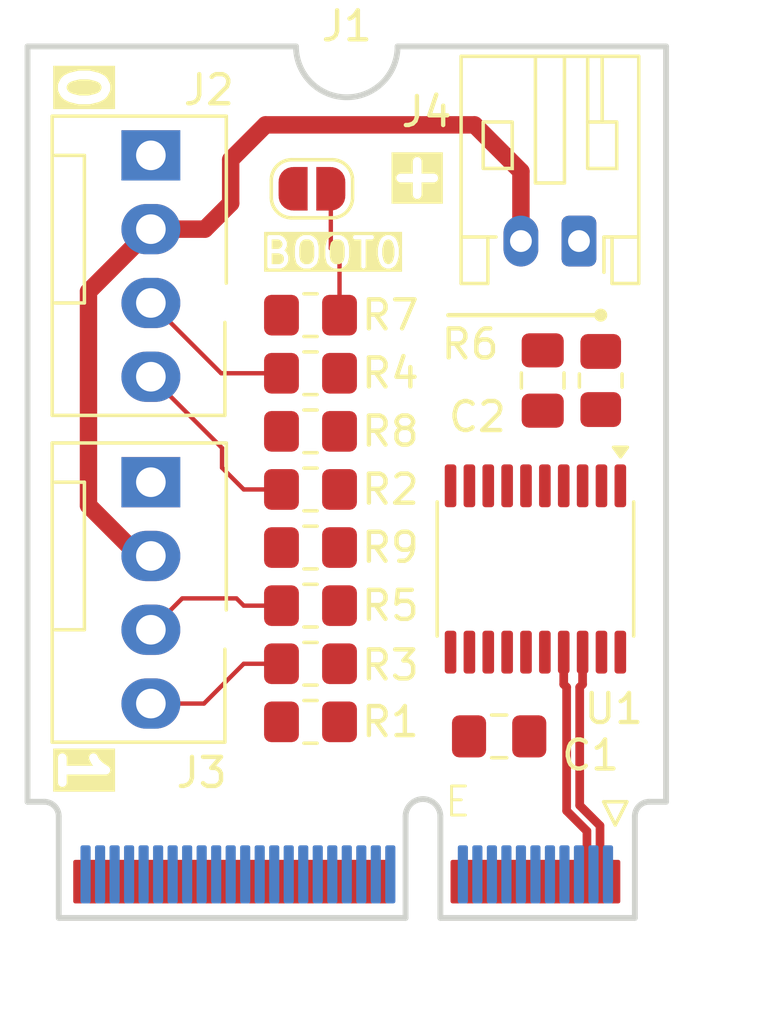
<source format=kicad_pcb>
(kicad_pcb (version 20241229) (generator "pcbnew") (generator_version "9.0")
  (layers (0 "F.Cu" signal) (2 "B.Cu" signal) (13 "F.Paste" user) (15 "B.Paste" user) (5 "F.SilkS" user "F.Silkscreen") (7 "B.SilkS" user "B.Silkscreen") (1 "F.Mask" user) (3 "B.Mask" user) (25 "Edge.Cuts" user))
  (net 0 "")
  (net 1 "USB_D-")
  (net 4 "RST")
  (net 7 "BOOT0")
  (net 10 "USB_D+")
  (net 12 "GND")
  (net 13 "+3.3V")
  (net 36 "Net-(J1-~{PERST0})")
  (net 66 "+12V")
  (net 67 "Net-(J2-Pin_4)")
  (net 68 "Net-(J3-Pin_3)")
  (net 69 "Net-(J3-Pin_4)")
  (net 70 "TACH_1")
  (net 71 "PWM_1")
  (net 72 "Net-(J2-Pin_3)")
  (net 73 "PWM_0")
  (net 74 "TACH_0")
  (footprint "Package_SO:TSSOP-20_4.4x6.5mm_P0.65mm" (layer "F.Cu") (at 145.5 97.9875 -90)
    (property "Reference" "U1" (at 4.8125 -2.7 180) (layer "F.SilkS"))
    (property "Value" "STM32F042F6P6")
    (fp_line (start 2.31 3.385) (end -2.31 3.385) (stroke (width 0.12)) (layer "F.SilkS"))
    (fp_line (start -2.31 -3.385) (end 2.31 -3.385) (stroke (width 0.12)) (layer "F.SilkS"))
    (fp_poly (pts (xy -3.86 -2.93) (xy -4.19 -2.69) (xy -4.19 -3.17)) (stroke (width 0.12)) (fill yes) (layer "F.SilkS"))
    (pad "1" smd roundrect (at -2.8625 -2.925 270) (size 1.475 0.4) (layers "F.Cu" "F.Mask" "F.Paste") (net 7 "BOOT0"))
    (pad "2" smd roundrect (at -2.8625 -2.275 270) (size 1.475 0.4) (layers "F.Cu" "F.Mask" "F.Paste"))
    (pad "3" smd roundrect (at -2.8625 -1.625 270) (size 1.475 0.4) (layers "F.Cu" "F.Mask" "F.Paste"))
    (pad "4" smd roundrect (at -2.8625 -0.975 270) (size 1.475 0.4) (layers "F.Cu" "F.Mask" "F.Paste") (net 4 "RST"))
    (pad "5" smd roundrect (at -2.8625 -0.325 270) (size 1.475 0.4) (layers "F.Cu" "F.Mask" "F.Paste") (net 13 "+3.3V"))
    (pad "6" smd roundrect (at -2.8625 0.325 270) (size 1.475 0.4) (layers "F.Cu" "F.Mask" "F.Paste") (net 74 "TACH_0"))
    (pad "7" smd roundrect (at -2.8625 0.975 270) (size 1.475 0.4) (layers "F.Cu" "F.Mask" "F.Paste") (net 70 "TACH_1"))
    (pad "8" smd roundrect (at -2.8625 1.625 270) (size 1.475 0.4) (layers "F.Cu" "F.Mask" "F.Paste"))
    (pad "9" smd roundrect (at -2.8625 2.275 270) (size 1.475 0.4) (layers "F.Cu" "F.Mask" "F.Paste"))
    (pad "10" smd roundrect (at -2.8625 2.925 270) (size 1.475 0.4) (layers "F.Cu" "F.Mask" "F.Paste"))
    (pad "11" smd roundrect (at 2.8625 2.925 270) (size 1.475 0.4) (layers "F.Cu" "F.Mask" "F.Paste"))
    (pad "12" smd roundrect (at 2.8625 2.275 270) (size 1.475 0.4) (layers "F.Cu" "F.Mask" "F.Paste") (net 73 "PWM_0"))
    (pad "13" smd roundrect (at 2.8625 1.625 270) (size 1.475 0.4) (layers "F.Cu" "F.Mask" "F.Paste") (net 71 "PWM_1"))
    (pad "14" smd roundrect (at 2.8625 0.975 270) (size 1.475 0.4) (layers "F.Cu" "F.Mask" "F.Paste"))
    (pad "15" smd roundrect (at 2.8625 0.325 270) (size 1.475 0.4) (layers "F.Cu" "F.Mask" "F.Paste") (net 12 "GND"))
    (pad "16" smd roundrect (at 2.8625 -0.325 270) (size 1.475 0.4) (layers "F.Cu" "F.Mask" "F.Paste") (net 13 "+3.3V"))
    (pad "17" smd roundrect (at 2.8625 -0.975 270) (size 1.475 0.4) (layers "F.Cu" "F.Mask" "F.Paste") (net 1 "USB_D-"))
    (pad "18" smd roundrect (at 2.8625 -1.625 270) (size 1.475 0.4) (layers "F.Cu" "F.Mask" "F.Paste") (net 10 "USB_D+"))
    (pad "19" smd roundrect (at 2.8625 -2.275 270) (size 1.475 0.4) (layers "F.Cu" "F.Mask" "F.Paste"))
    (pad "20" smd roundrect (at 2.8625 -2.925 270) (size 1.475 0.4) (layers "F.Cu" "F.Mask" "F.Paste"))
  )
  (footprint "Resistor_SMD:R_0805_2012Metric_Pad1.20x1.40mm_HandSolder" (layer "F.Cu") (at 137.75 91.25 180)
    (property "Reference" "R4" (at -2.75 0 0) (layer "F.SilkS"))
    (property "Value" "100Ohm")
    (fp_line (start -0.227064 0.735) (end 0.227064 0.735) (stroke (width 0.12)) (layer "F.SilkS"))
    (fp_line (start -0.227064 -0.735) (end 0.227064 -0.735) (stroke (width 0.12)) (layer "F.SilkS"))
    (pad "1" smd roundrect (at -1 0 180) (size 1.2 1.4) (layers "F.Cu" "F.Mask" "F.Paste") (roundrect_rratio 0.208333) (net 74 "TACH_0"))
    (pad "2" smd roundrect (at 1 0 180) (size 1.2 1.4) (layers "F.Cu" "F.Mask" "F.Paste") (roundrect_rratio 0.208333) (net 72 "Net-(J2-Pin_3)"))
  )
  (footprint "Connector:FanPinHeader_1x04_P2.54mm_Vertical" (layer "F.Cu") (at 132.25 95 -90)
    (property "Reference" "J3" (at 10 -1.75 180) (layer "F.SilkS"))
    (property "Value" "Conn_01x04")
    (fp_line (start -1.35 3.4) (end -1.35 -2.6) (stroke (width 0.12)) (layer "F.SilkS"))
    (fp_line (start 8.95 3.4) (end -1.35 3.4) (stroke (width 0.12)) (layer "F.SilkS"))
    (fp_line (start 0 3.3) (end 0 2.29) (stroke (width 0.12)) (layer "F.SilkS"))
    (fp_line (start 0 2.29) (end 5.08 2.29) (stroke (width 0.12)) (layer "F.SilkS"))
    (fp_line (start 5.08 2.29) (end 5.08 3.3) (stroke (width 0.12)) (layer "F.SilkS"))
    (fp_line (start 5.75 -2.55) (end 8.95 -2.55) (stroke (width 0.12)) (layer "F.SilkS"))
    (fp_line (start 8.95 -2.55) (end 8.95 3.4) (stroke (width 0.12)) (layer "F.SilkS"))
    (fp_line (start -1.35 -2.6) (end 4.4 -2.6) (stroke (width 0.12)) (layer "F.SilkS"))
    (pad "" np_thru_hole circle (at 5.08 -2.16) (size 1.1 1.1) (drill 1.1) (layers "*.Cu" "*.Mask"))
    (pad "1" thru_hole rect (at 0 0) (size 2.03 1.73) (drill 1.02) (layers "*.Cu" "*.Mask") (net 12 "GND"))
    (pad "2" thru_hole oval (at 2.54 0) (size 2.03 1.73) (drill 1.02) (layers "*.Cu" "*.Mask") (net 66 "+12V"))
    (pad "3" thru_hole oval (at 5.08 0) (size 2.03 1.73) (drill 1.02) (layers "*.Cu" "*.Mask") (net 68 "Net-(J3-Pin_3)"))
    (pad "4" thru_hole oval (at 7.62 0) (size 2.03 1.73) (drill 1.02) (layers "*.Cu" "*.Mask") (net 69 "Net-(J3-Pin_4)"))
  )
  (footprint "Resistor_SMD:R_0805_2012Metric_Pad1.20x1.40mm_HandSolder" (layer "F.Cu") (at 137.75 101.25 180)
    (property "Reference" "R3" (at -2.75 -0.05 0) (layer "F.SilkS"))
    (property "Value" "100Ohm")
    (fp_line (start -0.227064 0.735) (end 0.227064 0.735) (stroke (width 0.12)) (layer "F.SilkS"))
    (fp_line (start -0.227064 -0.735) (end 0.227064 -0.735) (stroke (width 0.12)) (layer "F.SilkS"))
    (pad "1" smd roundrect (at -1 0 180) (size 1.2 1.4) (layers "F.Cu" "F.Mask" "F.Paste") (roundrect_rratio 0.208333) (net 71 "PWM_1"))
    (pad "2" smd roundrect (at 1 0 180) (size 1.2 1.4) (layers "F.Cu" "F.Mask" "F.Paste") (roundrect_rratio 0.208333) (net 69 "Net-(J3-Pin_4)"))
  )
  (footprint "Resistor_SMD:R_0805_2012Metric_Pad1.20x1.40mm_HandSolder" (layer "F.Cu") (at 137.75 103.25 180)
    (property "Reference" "R1" (at -2.75 0 0) (layer "F.SilkS"))
    (property "Value" "100Ohm")
    (fp_line (start -0.227064 0.735) (end 0.227064 0.735) (stroke (width 0.12)) (layer "F.SilkS"))
    (fp_line (start -0.227064 -0.735) (end 0.227064 -0.735) (stroke (width 0.12)) (layer "F.SilkS"))
    (pad "1" smd roundrect (at -1 0 180) (size 1.2 1.4) (layers "F.Cu" "F.Mask" "F.Paste") (roundrect_rratio 0.208333) (net 4 "RST"))
    (pad "2" smd roundrect (at 1 0 180) (size 1.2 1.4) (layers "F.Cu" "F.Mask" "F.Paste") (roundrect_rratio 0.208333) (net 36 "Net-(J1-~{PERST0})"))
  )
  (footprint "Resistor_SMD:R_0805_2012Metric_Pad1.20x1.40mm_HandSolder" (layer "F.Cu") (at 137.75 95.25 180)
    (property "Reference" "R2" (at -2.75 0 0) (layer "F.SilkS"))
    (property "Value" "100Ohm")
    (fp_line (start -0.227064 0.735) (end 0.227064 0.735) (stroke (width 0.12)) (layer "F.SilkS"))
    (fp_line (start -0.227064 -0.735) (end 0.227064 -0.735) (stroke (width 0.12)) (layer "F.SilkS"))
    (pad "1" smd roundrect (at -1 0 180) (size 1.2 1.4) (layers "F.Cu" "F.Mask" "F.Paste") (roundrect_rratio 0.208333) (net 73 "PWM_0"))
    (pad "2" smd roundrect (at 1 0 180) (size 1.2 1.4) (layers "F.Cu" "F.Mask" "F.Paste") (roundrect_rratio 0.208333) (net 67 "Net-(J2-Pin_4)"))
  )
  (footprint "Capacitor_SMD:C_0805_2012Metric_Pad1.18x1.45mm_HandSolder" (layer "F.Cu") (at 144.25 103.75 180)
    (property "Reference" "C1" (at -3.15 -0.65 0) (layer "F.SilkS"))
    (property "Value" "0.1uF")
    (fp_line (start -0.261252 0.735) (end 0.261252 0.735) (stroke (width 0.12)) (layer "F.SilkS"))
    (fp_line (start -0.261252 -0.735) (end 0.261252 -0.735) (stroke (width 0.12)) (layer "F.SilkS"))
    (pad "1" smd roundrect (at -1.0375 0 180) (size 1.175 1.45) (layers "F.Cu" "F.Mask" "F.Paste") (roundrect_rratio 0.212766) (net 13 "+3.3V"))
    (pad "2" smd roundrect (at 1.0375 0 180) (size 1.175 1.45) (layers "F.Cu" "F.Mask" "F.Paste") (roundrect_rratio 0.212766) (net 12 "GND"))
  )
  (footprint "Resistor_SMD:R_0805_2012Metric_Pad1.20x1.40mm_HandSolder" (layer "F.Cu") (at 137.75 97.25 180)
    (property "Reference" "R9" (at -2.75 0 0) (layer "F.SilkS"))
    (property "Value" "10kOhm")
    (fp_line (start -0.227064 0.735) (end 0.227064 0.735) (stroke (width 0.12)) (layer "F.SilkS"))
    (fp_line (start -0.227064 -0.735) (end 0.227064 -0.735) (stroke (width 0.12)) (layer "F.SilkS"))
    (pad "1" smd roundrect (at -1 0 180) (size 1.2 1.4) (layers "F.Cu" "F.Mask" "F.Paste") (roundrect_rratio 0.208333) (net 13 "+3.3V"))
    (pad "2" smd roundrect (at 1 0 180) (size 1.2 1.4) (layers "F.Cu" "F.Mask" "F.Paste") (roundrect_rratio 0.208333) (net 70 "TACH_1"))
  )
  (footprint "Jumper:SolderJumper-2_P1.3mm_Open_RoundedPad1.0x1.5mm" (layer "F.Cu") (at 137.8 84.9)
    (property "Reference" "JP1" (hide yes))
    (property "Value" "Jumper_2_Open")
    (fp_line (start -1.4 0.3) (end -1.4 -0.3) (stroke (width 0.12)) (layer "F.SilkS"))
    (fp_line (start -0.7 -1) (end 0.7 -1) (stroke (width 0.12)) (layer "F.SilkS"))
    (fp_line (start 0.7 1) (end -0.7 1) (stroke (width 0.12)) (layer "F.SilkS"))
    (fp_line (start 1.4 -0.3) (end 1.4 0.3) (stroke (width 0.12)) (layer "F.SilkS"))
    (fp_arc (start -1.4 -0.3) (mid -1.194975 -0.794975) (end -0.7 -1) (stroke (width 0.12)) (layer "F.SilkS"))
    (fp_arc (start -0.7 1) (mid -1.194975 0.794975) (end -1.4 0.3) (stroke (width 0.12)) (layer "F.SilkS"))
    (fp_arc (start 0.7 -1) (mid 1.194975 -0.794975) (end 1.4 -0.3) (stroke (width 0.12)) (layer "F.SilkS"))
    (fp_arc (start 1.4 0.3) (mid 1.194975 0.794975) (end 0.7 1) (stroke (width 0.12)) (layer "F.SilkS"))
    (pad "1" smd custom (at -0.65 0) (size 1 0.5) (layers "F.Cu" "F.Mask") (net 13 "+3.3V") (options (clearance outline) (anchor rect)) (primitives (gr_circle (center 0 0.25) (end 0.5 0.25) (width 0) (fill yes)) (gr_circle (center 0 -0.25) (end 0.5 -0.25) (width 0) (fill yes)) (gr_poly (pts (xy 0.5 0.75) (xy 0 0.75) (xy 0 -0.75) (xy 0.5 -0.75)) (width 0) (fill yes))))
    (pad "2" smd custom (at 0.65 0) (size 1 0.5) (layers "F.Cu" "F.Mask") (net 7 "BOOT0") (options (clearance outline) (anchor rect)) (primitives (gr_circle (center 0 0.25) (end 0.5 0.25) (width 0) (fill yes)) (gr_circle (center 0 -0.25) (end 0.5 -0.25) (width 0) (fill yes)) (gr_poly (pts (xy 0 0.75) (xy -0.5 0.75) (xy -0.5 -0.75) (xy 0 -0.75)) (width 0) (fill yes))))
  )
  (footprint "Connector_JST:JST_PH_S2B-PH-K_1x02_P2.00mm_Horizontal" (layer "F.Cu") (at 147 86.7 180)
    (property "Reference" "J4" (at 5.25 4.45 0) (layer "F.SilkS"))
    (property "Value" "JST PH_S2B-PH-K")
    (fp_line (start 4.06 6.36) (end 4.06 -1.46) (stroke (width 0.12)) (layer "F.SilkS"))
    (fp_line (start 4.06 0.14) (end 3.14 0.14) (stroke (width 0.12)) (layer "F.SilkS"))
    (fp_line (start 4.06 -1.46) (end 3.14 -1.46) (stroke (width 0.12)) (layer "F.SilkS"))
    (fp_line (start 3.14 0.14) (end 2.86 0.14) (stroke (width 0.12)) (layer "F.SilkS"))
    (fp_line (start 3.14 -1.46) (end 3.14 0.14) (stroke (width 0.12)) (layer "F.SilkS"))
    (fp_line (start 1.5 2) (end 1.5 6.36) (stroke (width 0.12)) (layer "F.SilkS"))
    (fp_line (start 0.5 6.36) (end 0.5 2) (stroke (width 0.12)) (layer "F.SilkS"))
    (fp_line (start 0.5 2) (end 1.5 2) (stroke (width 0.12)) (layer "F.SilkS"))
    (fp_line (start -0.3 4.1) (end -0.3 6.36) (stroke (width 0.12)) (layer "F.SilkS"))
    (fp_line (start -0.8 4.1) (end -0.8 6.36) (stroke (width 0.12)) (layer "F.SilkS"))
    (fp_line (start -0.86 0.14) (end -0.86 -1.075) (stroke (width 0.12)) (layer "F.SilkS"))
    (fp_line (start -0.86 0.14) (end -1.14 0.14) (stroke (width 0.12)) (layer "F.SilkS"))
    (fp_line (start -1.14 0.14) (end -1.14 -1.46) (stroke (width 0.12)) (layer "F.SilkS"))
    (fp_line (start -1.14 -1.46) (end -2.06 -1.46) (stroke (width 0.12)) (layer "F.SilkS"))
    (fp_line (start -2.06 6.36) (end 4.06 6.36) (stroke (width 0.12)) (layer "F.SilkS"))
    (fp_line (start -2.06 0.14) (end -1.14 0.14) (stroke (width 0.12)) (layer "F.SilkS"))
    (fp_line (start -2.06 -1.46) (end -2.06 6.36) (stroke (width 0.12)) (layer "F.SilkS"))
    (fp_rect (start 2.3 2.5) (end 3.3 4.1) (stroke (width 0.12)) (fill no) (layer "F.SilkS"))
    (fp_rect (start -1.3 2.5) (end -0.3 4.1) (stroke (width 0.12)) (fill no) (layer "F.SilkS"))
    (pad "1" thru_hole roundrect (at 0 0 180) (size 1.2 1.75) (drill 0.75) (layers "*.Cu" "*.Mask") (roundrect_rratio 0.208333) (net 12 "GND"))
    (pad "2" thru_hole oval (at 2 0 180) (size 1.2 1.75) (drill 0.75) (layers "*.Cu" "*.Mask") (net 66 "+12V"))
  )
  (footprint "Resistor_SMD:R_0805_2012Metric_Pad1.20x1.40mm_HandSolder" (layer "F.Cu") (at 137.75 99.25 180)
    (property "Reference" "R5" (at -2.75 0 0) (layer "F.SilkS"))
    (property "Value" "100Ohm")
    (fp_line (start -0.227064 0.735) (end 0.227064 0.735) (stroke (width 0.12)) (layer "F.SilkS"))
    (fp_line (start -0.227064 -0.735) (end 0.227064 -0.735) (stroke (width 0.12)) (layer "F.SilkS"))
    (pad "1" smd roundrect (at -1 0 180) (size 1.2 1.4) (layers "F.Cu" "F.Mask" "F.Paste") (roundrect_rratio 0.208333) (net 70 "TACH_1"))
    (pad "2" smd roundrect (at 1 0 180) (size 1.2 1.4) (layers "F.Cu" "F.Mask" "F.Paste") (roundrect_rratio 0.208333) (net 68 "Net-(J3-Pin_3)"))
  )
  (footprint "Resistor_SMD:R_0805_2012Metric_Pad1.20x1.40mm_HandSolder" (layer "F.Cu") (at 137.75 89.25 180)
    (property "Reference" "R7" (at -2.75 0 0) (layer "F.SilkS"))
    (property "Value" "10kOhm")
    (fp_line (start -0.227064 0.735) (end 0.227064 0.735) (stroke (width 0.12)) (layer "F.SilkS"))
    (fp_line (start -0.227064 -0.735) (end 0.227064 -0.735) (stroke (width 0.12)) (layer "F.SilkS"))
    (pad "1" smd roundrect (at -1 0 180) (size 1.2 1.4) (layers "F.Cu" "F.Mask" "F.Paste") (roundrect_rratio 0.208333) (net 7 "BOOT0"))
    (pad "2" smd roundrect (at 1 0 180) (size 1.2 1.4) (layers "F.Cu" "F.Mask" "F.Paste") (roundrect_rratio 0.208333) (net 12 "GND"))
  )
  (footprint "Connector_PCBEdge:M.2_2230-xx-E" (layer "F.Cu") (at 139 106)
    (property "Reference" "J1" (at 0 -26.7 0) (layer "F.SilkS"))
    (property "Value" "Bus_M.2_Socket_E")
    (fp_line (start 8.85 0) (end 9.65 0) (stroke (width 0.12)) (layer "F.SilkS"))
    (fp_line (start 9.25 0.8) (end 8.85 0) (stroke (width 0.12)) (layer "F.SilkS"))
    (fp_line (start 9.65 0) (end 9.25 0.8) (stroke (width 0.12)) (layer "F.SilkS"))
    (fp_line (start -11 -26) (end -11 0) (stroke (width 0.2)) (layer "Edge.Cuts"))
    (fp_line (start -11 0) (end -10.425 0) (stroke (width 0.2)) (layer "Edge.Cuts"))
    (fp_line (start -9.925 0.5) (end -9.925 4) (stroke (width 0.2)) (layer "Edge.Cuts"))
    (fp_line (start -9.925 4) (end 2.025 4) (stroke (width 0.2)) (layer "Edge.Cuts"))
    (fp_line (start -1.75 -26) (end -11 -26) (stroke (width 0.2)) (layer "Edge.Cuts"))
    (fp_line (start 2.025 4) (end 2.025 0.5) (stroke (width 0.2)) (layer "Edge.Cuts"))
    (fp_line (start 3.225 0.5) (end 3.225 4) (stroke (width 0.2)) (layer "Edge.Cuts"))
    (fp_line (start 3.225 4) (end 9.925 4) (stroke (width 0.2)) (layer "Edge.Cuts"))
    (fp_line (start 9.925 4) (end 9.925 0.5) (stroke (width 0.2)) (layer "Edge.Cuts"))
    (fp_line (start 10.425 0) (end 11 0) (stroke (width 0.2)) (layer "Edge.Cuts"))
    (fp_line (start 11 -26) (end 1.75 -26) (stroke (width 0.2)) (layer "Edge.Cuts"))
    (fp_line (start 11 0) (end 11 -26) (stroke (width 0.2)) (layer "Edge.Cuts"))
    (fp_arc (start -10.425 0) (mid -10.071447 0.146447) (end -9.925 0.5) (stroke (width 0.2)) (layer "Edge.Cuts"))
    (fp_arc (start 1.75 -26) (mid 0 -24.25) (end -1.75 -26) (stroke (width 0.2)) (layer "Edge.Cuts"))
    (fp_arc (start 2.025 0.5) (mid 2.625 -0.1) (end 3.225 0.5) (stroke (width 0.2)) (layer "Edge.Cuts"))
    (fp_arc (start 9.925 0.5) (mid 10.071447 0.146447) (end 10.425 0) (stroke (width 0.2)) (layer "Edge.Cuts"))
    (fp_text user "E" (at 3.825 0 0) (layer "F.SilkS") (effects (font (thickness 0.1))))
    (pad "1" connect roundrect (at 9.25 2.75) (size 0.35 1.5) (layers "F.Cu" "F.Mask") (roundrect_rratio 0.2) (net 12 "GND"))
    (pad "2" connect roundrect (at 9 2.5) (size 0.35 2) (layers "B.Cu" "B.Mask") (roundrect_rratio 0.2) (net 13 "+3.3V"))
    (pad "3" connect roundrect (at 8.75 2.75) (size 0.35 1.5) (layers "F.Cu" "F.Mask") (roundrect_rratio 0.2) (net 10 "USB_D+"))
    (pad "4" connect roundrect (at 8.5 2.5) (size 0.35 2) (layers "B.Cu" "B.Mask") (roundrect_rratio 0.2) (net 13 "+3.3V"))
    (pad "5" connect roundrect (at 8.25 2.75) (size 0.35 1.5) (layers "F.Cu" "F.Mask") (roundrect_rratio 0.2) (net 1 "USB_D-"))
    (pad "6" connect roundrect (at 8 2.5) (size 0.35 2) (layers "B.Cu" "B.Mask") (roundrect_rratio 0.2))
    (pad "7" connect roundrect (at 7.75 2.75) (size 0.35 1.5) (layers "F.Cu" "F.Mask") (roundrect_rratio 0.2) (net 12 "GND"))
    (pad "8" connect roundrect (at 7.5 2.5) (size 0.35 2) (layers "B.Cu" "B.Mask") (roundrect_rratio 0.2))
    (pad "9" connect roundrect (at 7.25 2.75) (size 0.35 1.5) (layers "F.Cu" "F.Mask") (roundrect_rratio 0.2))
    (pad "10" connect roundrect (at 7 2.5) (size 0.35 2) (layers "B.Cu" "B.Mask") (roundrect_rratio 0.2))
    (pad "11" connect roundrect (at 6.75 2.75) (size 0.35 1.5) (layers "F.Cu" "F.Mask") (roundrect_rratio 0.2))
    (pad "12" connect roundrect (at 6.5 2.5) (size 0.35 2) (layers "B.Cu" "B.Mask") (roundrect_rratio 0.2))
    (pad "13" connect roundrect (at 6.25 2.75) (size 0.35 1.5) (layers "F.Cu" "F.Mask") (roundrect_rratio 0.2))
    (pad "14" connect roundrect (at 6 2.5) (size 0.35 2) (layers "B.Cu" "B.Mask") (roundrect_rratio 0.2))
    (pad "15" connect roundrect (at 5.75 2.75) (size 0.35 1.5) (layers "F.Cu" "F.Mask") (roundrect_rratio 0.2))
    (pad "16" connect roundrect (at 5.5 2.5) (size 0.35 2) (layers "B.Cu" "B.Mask") (roundrect_rratio 0.2))
    (pad "17" connect roundrect (at 5.25 2.75) (size 0.35 1.5) (layers "F.Cu" "F.Mask") (roundrect_rratio 0.2))
    (pad "18" connect roundrect (at 5 2.5) (size 0.35 2) (layers "B.Cu" "B.Mask") (roundrect_rratio 0.2) (net 12 "GND"))
    (pad "19" connect roundrect (at 4.75 2.75) (size 0.35 1.5) (layers "F.Cu" "F.Mask") (roundrect_rratio 0.2))
    (pad "20" connect roundrect (at 4.5 2.5) (size 0.35 2) (layers "B.Cu" "B.Mask") (roundrect_rratio 0.2))
    (pad "21" connect roundrect (at 4.25 2.75) (size 0.35 1.5) (layers "F.Cu" "F.Mask") (roundrect_rratio 0.2))
    (pad "22" connect roundrect (at 4 2.5) (size 0.35 2) (layers "B.Cu" "B.Mask") (roundrect_rratio 0.2))
    (pad "23" connect roundrect (at 3.75 2.75) (size 0.35 1.5) (layers "F.Cu" "F.Mask") (roundrect_rratio 0.2))
    (pad "32" connect roundrect (at 1.5 2.5) (size 0.35 2) (layers "B.Cu" "B.Mask") (roundrect_rratio 0.2))
    (pad "33" connect roundrect (at 1.25 2.75) (size 0.35 1.5) (layers "F.Cu" "F.Mask") (roundrect_rratio 0.2) (net 12 "GND"))
    (pad "34" connect roundrect (at 1 2.5) (size 0.35 2) (layers "B.Cu" "B.Mask") (roundrect_rratio 0.2))
    (pad "35" connect roundrect (at 0.75 2.75) (size 0.35 1.5) (layers "F.Cu" "F.Mask") (roundrect_rratio 0.2))
    (pad "36" connect roundrect (at 0.5 2.5) (size 0.35 2) (layers "B.Cu" "B.Mask") (roundrect_rratio 0.2))
    (pad "37" connect roundrect (at 0.25 2.75) (size 0.35 1.5) (layers "F.Cu" "F.Mask") (roundrect_rratio 0.2))
    (pad "38" connect roundrect (at 0 2.5) (size 0.35 2) (layers "B.Cu" "B.Mask") (roundrect_rratio 0.2))
    (pad "39" connect roundrect (at -0.25 2.75) (size 0.35 1.5) (layers "F.Cu" "F.Mask") (roundrect_rratio 0.2) (net 12 "GND"))
    (pad "40" connect roundrect (at -0.5 2.5) (size 0.35 2) (layers "B.Cu" "B.Mask") (roundrect_rratio 0.2))
    (pad "41" connect roundrect (at -0.75 2.75) (size 0.35 1.5) (layers "F.Cu" "F.Mask") (roundrect_rratio 0.2))
    (pad "42" connect roundrect (at -1 2.5) (size 0.35 2) (layers "B.Cu" "B.Mask") (roundrect_rratio 0.2))
    (pad "43" connect roundrect (at -1.25 2.75) (size 0.35 1.5) (layers "F.Cu" "F.Mask") (roundrect_rratio 0.2))
    (pad "44" connect roundrect (at -1.5 2.5) (size 0.35 2) (layers "B.Cu" "B.Mask") (roundrect_rratio 0.2))
    (pad "45" connect roundrect (at -1.75 2.75) (size 0.35 1.5) (layers "F.Cu" "F.Mask") (roundrect_rratio 0.2) (net 12 "GND"))
    (pad "46" connect roundrect (at -2 2.5) (size 0.35 2) (layers "B.Cu" "B.Mask") (roundrect_rratio 0.2))
    (pad "47" connect roundrect (at -2.25 2.75) (size 0.35 1.5) (layers "F.Cu" "F.Mask") (roundrect_rratio 0.2))
    (pad "48" connect roundrect (at -2.5 2.5) (size 0.35 2) (layers "B.Cu" "B.Mask") (roundrect_rratio 0.2))
    (pad "49" connect roundrect (at -2.75 2.75) (size 0.35 1.5) (layers "F.Cu" "F.Mask") (roundrect_rratio 0.2))
    (pad "50" connect roundrect (at -3 2.5) (size 0.35 2) (layers "B.Cu" "B.Mask") (roundrect_rratio 0.2))
    (pad "51" connect roundrect (at -3.25 2.75) (size 0.35 1.5) (layers "F.Cu" "F.Mask") (roundrect_rratio 0.2) (net 12 "GND"))
    (pad "52" connect roundrect (at -3.5 2.5) (size 0.35 2) (layers "B.Cu" "B.Mask") (roundrect_rratio 0.2) (net 36 "Net-(J1-~{PERST0})"))
    (pad "53" connect roundrect (at -3.75 2.75) (size 0.35 1.5) (layers "F.Cu" "F.Mask") (roundrect_rratio 0.2))
    (pad "54" connect roundrect (at -4 2.5) (size 0.35 2) (layers "B.Cu" "B.Mask") (roundrect_rratio 0.2))
    (pad "55" connect roundrect (at -4.25 2.75) (size 0.35 1.5) (layers "F.Cu" "F.Mask") (roundrect_rratio 0.2))
    (pad "56" connect roundrect (at -4.5 2.5) (size 0.35 2) (layers "B.Cu" "B.Mask") (roundrect_rratio 0.2))
    (pad "57" connect roundrect (at -4.75 2.75) (size 0.35 1.5) (layers "F.Cu" "F.Mask") (roundrect_rratio 0.2) (net 12 "GND"))
    (pad "58" connect roundrect (at -5 2.5) (size 0.35 2) (layers "B.Cu" "B.Mask") (roundrect_rratio 0.2))
    (pad "59" connect roundrect (at -5.25 2.75) (size 0.35 1.5) (layers "F.Cu" "F.Mask") (roundrect_rratio 0.2))
    (pad "60" connect roundrect (at -5.5 2.5) (size 0.35 2) (layers "B.Cu" "B.Mask") (roundrect_rratio 0.2))
    (pad "61" connect roundrect (at -5.75 2.75) (size 0.35 1.5) (layers "F.Cu" "F.Mask") (roundrect_rratio 0.2))
    (pad "62" connect roundrect (at -6 2.5) (size 0.35 2) (layers "B.Cu" "B.Mask") (roundrect_rratio 0.2))
    (pad "63" connect roundrect (at -6.25 2.75) (size 0.35 1.5) (layers "F.Cu" "F.Mask") (roundrect_rratio 0.2) (net 12 "GND"))
    (pad "64" connect roundrect (at -6.5 2.5) (size 0.35 2) (layers "B.Cu" "B.Mask") (roundrect_rratio 0.2))
    (pad "65" connect roundrect (at -6.75 2.75) (size 0.35 1.5) (layers "F.Cu" "F.Mask") (roundrect_rratio 0.2))
    (pad "66" connect roundrect (at -7 2.5) (size 0.35 2) (layers "B.Cu" "B.Mask") (roundrect_rratio 0.2))
    (pad "67" connect roundrect (at -7.25 2.75) (size 0.35 1.5) (layers "F.Cu" "F.Mask") (roundrect_rratio 0.2))
    (pad "68" connect roundrect (at -7.5 2.5) (size 0.35 2) (layers "B.Cu" "B.Mask") (roundrect_rratio 0.2))
    (pad "69" connect roundrect (at -7.75 2.75) (size 0.35 1.5) (layers "F.Cu" "F.Mask") (roundrect_rratio 0.2) (net 12 "GND"))
    (pad "70" connect roundrect (at -8 2.5) (size 0.35 2) (layers "B.Cu" "B.Mask") (roundrect_rratio 0.2))
    (pad "71" connect roundrect (at -8.25 2.75) (size 0.35 1.5) (layers "F.Cu" "F.Mask") (roundrect_rratio 0.2))
    (pad "72" connect roundrect (at -8.5 2.5) (size 0.35 2) (layers "B.Cu" "B.Mask") (roundrect_rratio 0.2) (net 13 "+3.3V"))
    (pad "73" connect roundrect (at -8.75 2.75) (size 0.35 1.5) (layers "F.Cu" "F.Mask") (roundrect_rratio 0.2))
    (pad "74" connect roundrect (at -9 2.5) (size 0.35 2) (layers "B.Cu" "B.Mask") (roundrect_rratio 0.2) (net 13 "+3.3V"))
    (pad "75" connect roundrect (at -9.25 2.75) (size 0.35 1.5) (layers "F.Cu" "F.Mask") (roundrect_rratio 0.2) (net 12 "GND"))
  )
  (footprint "Connector:FanPinHeader_1x04_P2.54mm_Vertical" (layer "F.Cu") (at 132.25 83.75 -90)
    (property "Reference" "J2" (at -2.25 -2 0) (layer "F.SilkS"))
    (property "Value" "Conn_01x04")
    (fp_line (start -1.35 3.4) (end -1.35 -2.6) (stroke (width 0.12)) (layer "F.SilkS"))
    (fp_line (start 8.95 3.4) (end -1.35 3.4) (stroke (width 0.12)) (layer "F.SilkS"))
    (fp_line (start 0 3.3) (end 0 2.29) (stroke (width 0.12)) (layer "F.SilkS"))
    (fp_line (start 0 2.29) (end 5.08 2.29) (stroke (width 0.12)) (layer "F.SilkS"))
    (fp_line (start 5.08 2.29) (end 5.08 3.3) (stroke (width 0.12)) (layer "F.SilkS"))
    (fp_line (start 5.75 -2.55) (end 8.95 -2.55) (stroke (width 0.12)) (layer "F.SilkS"))
    (fp_line (start 8.95 -2.55) (end 8.95 3.4) (stroke (width 0.12)) (layer "F.SilkS"))
    (fp_line (start -1.35 -2.6) (end 4.4 -2.6) (stroke (width 0.12)) (layer "F.SilkS"))
    (pad "" np_thru_hole circle (at 5.08 -2.16) (size 1.1 1.1) (drill 1.1) (layers "*.Cu" "*.Mask"))
    (pad "1" thru_hole rect (at 0 0) (size 2.03 1.73) (drill 1.02) (layers "*.Cu" "*.Mask") (net 12 "GND"))
    (pad "2" thru_hole oval (at 2.54 0) (size 2.03 1.73) (drill 1.02) (layers "*.Cu" "*.Mask") (net 66 "+12V"))
    (pad "3" thru_hole oval (at 5.08 0) (size 2.03 1.73) (drill 1.02) (layers "*.Cu" "*.Mask") (net 72 "Net-(J2-Pin_3)"))
    (pad "4" thru_hole oval (at 7.62 0) (size 2.03 1.73) (drill 1.02) (layers "*.Cu" "*.Mask") (net 67 "Net-(J2-Pin_4)"))
  )
  (footprint "Resistor_SMD:R_0805_2012Metric_Pad1.20x1.40mm_HandSolder" (layer "F.Cu") (at 147.75 91.5 -90)
    (property "Reference" "R6" (at -1.25 4.5 180) (layer "F.SilkS"))
    (property "Value" "10kOhm")
    (fp_line (start -0.227064 0.735) (end 0.227064 0.735) (stroke (width 0.12)) (layer "F.SilkS"))
    (fp_line (start -0.227064 -0.735) (end 0.227064 -0.735) (stroke (width 0.12)) (layer "F.SilkS"))
    (pad "1" smd roundrect (at -1 0 270) (size 1.2 1.4) (layers "F.Cu" "F.Mask" "F.Paste") (roundrect_rratio 0.208333) (net 13 "+3.3V"))
    (pad "2" smd roundrect (at 1 0 270) (size 1.2 1.4) (layers "F.Cu" "F.Mask" "F.Paste") (roundrect_rratio 0.208333) (net 4 "RST"))
  )
  (footprint "Resistor_SMD:R_0805_2012Metric_Pad1.20x1.40mm_HandSolder" (layer "F.Cu") (at 137.75 93.25 180)
    (property "Reference" "R8" (at -2.75 0 0) (layer "F.SilkS"))
    (property "Value" "10kOhm")
    (fp_line (start -0.227064 0.735) (end 0.227064 0.735) (stroke (width 0.12)) (layer "F.SilkS"))
    (fp_line (start -0.227064 -0.735) (end 0.227064 -0.735) (stroke (width 0.12)) (layer "F.SilkS"))
    (pad "1" smd roundrect (at -1 0 180) (size 1.2 1.4) (layers "F.Cu" "F.Mask" "F.Paste") (roundrect_rratio 0.208333) (net 13 "+3.3V"))
    (pad "2" smd roundrect (at 1 0 180) (size 1.2 1.4) (layers "F.Cu" "F.Mask" "F.Paste") (roundrect_rratio 0.208333) (net 74 "TACH_0"))
  )
  (footprint "Capacitor_SMD:C_0805_2012Metric_Pad1.18x1.45mm_HandSolder" (layer "F.Cu") (at 145.75 91.5 90)
    (property "Reference" "C2" (at -1.25 -2.25 180) (layer "F.SilkS"))
    (property "Value" "0.1uF")
    (fp_line (start -0.261252 -0.735) (end 0.261252 -0.735) (stroke (width 0.12)) (layer "F.SilkS"))
    (fp_line (start -0.261252 0.735) (end 0.261252 0.735) (stroke (width 0.12)) (layer "F.SilkS"))
    (pad "1" smd roundrect (at -1.0375 0 90) (size 1.175 1.45) (layers "F.Cu" "F.Mask" "F.Paste") (roundrect_rratio 0.212766) (net 13 "+3.3V"))
    (pad "2" smd roundrect (at 1.0375 0 90) (size 1.175 1.45) (layers "F.Cu" "F.Mask" "F.Paste") (roundrect_rratio 0.212766) (net 12 "GND"))
  )
  (gr_line (start 142.5 89.25) (end 147.75 89.25) (stroke (width 0.15)) (layer "F.SilkS"))
  (gr_circle (center 147.75 89.25) (end 147.9 89.25) (stroke (width 0.15)) (fill no) (layer "F.SilkS"))
  (gr_text "+" (at 140.3 85.3 0) (layer "F.SilkS" knockout) (effects (font (size 1.5 1.5) (thickness 0.3) (bold yes)) (justify left bottom)))
  (gr_text "BOOT0" (at 136 87.7 0) (layer "F.SilkS" knockout) (effects (font (size 1 1)) (justify left bottom)))
  (gr_text "0" (at 129 80.5 270) (layer "F.SilkS" knockout) (effects (font (size 1.5 1.5) (thickness 0.3) (bold yes)) (justify left bottom)))
  (gr_text "1" (at 129 104 270) (layer "F.SilkS" knockout) (effects (font (size 1.5 1.5) (thickness 0.3) (bold yes)) (justify left bottom)))
  (segment (start 146.475 100.85) (end 146.475 101.956251) (width 0.3) (layer "F.Cu") (net 1))
  (segment (start 146.575 106.311394) (end 147.275 107.011394) (width 0.3) (layer "F.Cu") (net 1))
  (segment (start 147.275 107.599999) (end 147.25 107.624999) (width 0.3) (layer "F.Cu") (net 1))
  (segment (start 146.575 102.056251) (end 146.575 106.311394) (width 0.3) (layer "F.Cu") (net 1))
  (segment (start 147.25 107.624999) (end 147.25 108.75) (width 0.3) (layer "F.Cu") (net 1))
  (segment (start 146.475 101.956251) (end 146.575 102.056251) (width 0.3) (layer "F.Cu") (net 1))
  (segment (start 147.275 107.011394) (end 147.275 107.599999) (width 0.3) (layer "F.Cu") (net 1))
  (segment (start 138.75 87.25) (end 138.75 89.25) (width 0.15) (layer "F.Cu") (net 7))
  (segment (start 138.45 84.9) (end 138.45 86.95) (width 0.15) (layer "F.Cu") (net 7))
  (segment (start 138.45 86.95) (end 138.75 87.25) (width 0.15) (layer "F.Cu") (net 7))
  (segment (start 147.75 107.624999) (end 147.75 108.75) (width 0.3) (layer "F.Cu") (net 10))
  (segment (start 147.125 100.85) (end 147.125 101.956251) (width 0.3) (layer "F.Cu") (net 10))
  (segment (start 147.725 106.825) (end 147.725 107.599999) (width 0.3) (layer "F.Cu") (net 10))
  (segment (start 147.725 107.599999) (end 147.75 107.624999) (width 0.3) (layer "F.Cu") (net 10))
  (segment (start 147.025 102.056251) (end 147.025 106.125) (width 0.3) (layer "F.Cu") (net 10))
  (segment (start 147.125 101.956251) (end 147.025 102.056251) (width 0.3) (layer "F.Cu") (net 10))
  (segment (start 147.025 106.125) (end 147.725 106.825) (width 0.3) (layer "F.Cu") (net 10))
  (segment (start 132.25 86.29) (end 130.1 88.44) (width 0.6) (layer "F.Cu") (net 66))
  (segment (start 134.11 86.29) (end 132.25 86.29) (width 0.6) (layer "F.Cu") (net 66))
  (segment (start 143.4 82.7) (end 136.2 82.7) (width 0.6) (layer "F.Cu") (net 66))
  (segment (start 136.2 82.7) (end 135 83.9) (width 0.6) (layer "F.Cu") (net 66))
  (segment (start 130.1 95.8) (end 131.84 97.54) (width 0.6) (layer "F.Cu") (net 66))
  (segment (start 131.84 97.54) (end 132.25 97.54) (width 0.6) (layer "F.Cu") (net 66))
  (segment (start 145 84.3) (end 143.4 82.7) (width 0.6) (layer "F.Cu") (net 66))
  (segment (start 135 85.4) (end 134.11 86.29) (width 0.6) (layer "F.Cu") (net 66))
  (segment (start 145 86.7) (end 145 84.3) (width 0.6) (layer "F.Cu") (net 66))
  (segment (start 135 83.9) (end 135 85.4) (width 0.6) (layer "F.Cu") (net 66))
  (segment (start 130.1 88.44) (end 130.1 95.8) (width 0.6) (layer "F.Cu") (net 66))
  (segment (start 135.45 95.25) (end 136.75 95.25) (width 0.15) (layer "F.Cu") (net 67))
  (segment (start 132.25 91.37) (end 134.7 93.82) (width 0.15) (layer "F.Cu") (net 67))
  (segment (start 134.7 94.5) (end 135.45 95.25) (width 0.15) (layer "F.Cu") (net 67))
  (segment (start 134.7 93.82) (end 134.7 94.5) (width 0.15) (layer "F.Cu") (net 67))
  (segment (start 135.2 99) (end 135.45 99.25) (width 0.15) (layer "F.Cu") (net 68))
  (segment (start 133.33 99) (end 135.2 99) (width 0.15) (layer "F.Cu") (net 68))
  (segment (start 132.25 100.08) (end 133.33 99) (width 0.15) (layer "F.Cu") (net 68))
  (segment (start 135.45 99.25) (end 136.75 99.25) (width 0.15) (layer "F.Cu") (net 68))
  (segment (start 134.08 102.62) (end 135.45 101.25) (width 0.15) (layer "F.Cu") (net 69))
  (segment (start 132.25 102.62) (end 134.08 102.62) (width 0.15) (layer "F.Cu") (net 69))
  (segment (start 135.45 101.25) (end 136.75 101.25) (width 0.15) (layer "F.Cu") (net 69))
  (segment (start 132.25 88.83) (end 134.67 91.25) (width 0.15) (layer "F.Cu") (net 72))
  (segment (start 134.67 91.25) (end 136.75 91.25) (width 0.15) (layer "F.Cu") (net 72))
)
</source>
